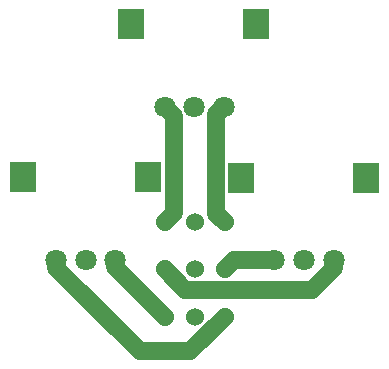
<source format=gbr>
%TF.GenerationSoftware,KiCad,Pcbnew,5.1.10*%
%TF.CreationDate,2021-09-21T18:43:12-07:00*%
%TF.ProjectId,PotBoard,506f7442-6f61-4726-942e-6b696361645f,rev?*%
%TF.SameCoordinates,Original*%
%TF.FileFunction,Copper,L1,Top*%
%TF.FilePolarity,Positive*%
%FSLAX46Y46*%
G04 Gerber Fmt 4.6, Leading zero omitted, Abs format (unit mm)*
G04 Created by KiCad (PCBNEW 5.1.10) date 2021-09-21 18:43:12*
%MOMM*%
%LPD*%
G01*
G04 APERTURE LIST*
%TA.AperFunction,ComponentPad*%
%ADD10C,1.524000*%
%TD*%
%TA.AperFunction,ComponentPad*%
%ADD11C,1.800000*%
%TD*%
%TA.AperFunction,ComponentPad*%
%ADD12R,2.286000X2.540000*%
%TD*%
%TA.AperFunction,Conductor*%
%ADD13C,1.500000*%
%TD*%
G04 APERTURE END LIST*
D10*
%TO.P,J3,3*%
%TO.N,Net-(J3-Pad3)*%
X139954000Y-122428000D03*
%TO.P,J3,2*%
%TO.N,Net-(J3-Pad2)*%
X137414000Y-122428000D03*
%TO.P,J3,1*%
%TO.N,Net-(J3-Pad1)*%
X134874000Y-122428000D03*
%TD*%
%TO.P,J2,3*%
%TO.N,Net-(J2-Pad3)*%
X134874000Y-118440200D03*
%TO.P,J2,2*%
%TO.N,Net-(J2-Pad2)*%
X137414000Y-118440200D03*
%TO.P,J2,1*%
%TO.N,Net-(J2-Pad1)*%
X139954000Y-118440200D03*
%TD*%
%TO.P,J1,3*%
%TO.N,Net-(J1-Pad3)*%
X139954000Y-126441200D03*
%TO.P,J1,2*%
%TO.N,Net-(J1-Pad2)*%
X137414000Y-126441200D03*
%TO.P,J1,1*%
%TO.N,Net-(J1-Pad1)*%
X134874000Y-126441200D03*
%TD*%
D11*
%TO.P,RV3,3*%
%TO.N,Net-(J3-Pad3)*%
X144146260Y-121666000D03*
%TO.P,RV3,2*%
%TO.N,Net-(J3-Pad2)*%
X146646260Y-121666000D03*
%TO.P,RV3,1*%
%TO.N,Net-(J3-Pad1)*%
X149146260Y-121666000D03*
D12*
%TO.P,RV3,*%
%TO.N,*%
X151902160Y-114655600D03*
X141310360Y-114655600D03*
%TD*%
D11*
%TO.P,RV2,3*%
%TO.N,Net-(J2-Pad3)*%
X134865100Y-108663740D03*
%TO.P,RV2,2*%
%TO.N,Net-(J2-Pad2)*%
X137365100Y-108663740D03*
%TO.P,RV2,1*%
%TO.N,Net-(J2-Pad1)*%
X139865100Y-108663740D03*
D12*
%TO.P,RV2,*%
%TO.N,*%
X142621000Y-101653340D03*
X132029200Y-101653340D03*
%TD*%
D11*
%TO.P,RV1,3*%
%TO.N,Net-(J1-Pad3)*%
X125670300Y-121630440D03*
%TO.P,RV1,2*%
%TO.N,Net-(J1-Pad2)*%
X128170300Y-121630440D03*
%TO.P,RV1,1*%
%TO.N,Net-(J1-Pad1)*%
X130670300Y-121630440D03*
D12*
%TO.P,RV1,*%
%TO.N,*%
X133426200Y-114620040D03*
X122834400Y-114620040D03*
%TD*%
D13*
%TO.N,Net-(J1-Pad3)*%
X137027210Y-129367990D02*
X139954000Y-126441200D01*
X132741110Y-129367990D02*
X137027210Y-129367990D01*
X125670300Y-122297180D02*
X132741110Y-129367990D01*
X125670300Y-121630440D02*
X125670300Y-122297180D01*
%TO.N,Net-(J1-Pad1)*%
X130670300Y-122237500D02*
X134874000Y-126441200D01*
X130670300Y-121630440D02*
X130670300Y-122237500D01*
%TO.N,Net-(J2-Pad3)*%
X135635999Y-109434639D02*
X134865100Y-108663740D01*
X135635999Y-117678201D02*
X135635999Y-109434639D01*
X134874000Y-118440200D02*
X135635999Y-117678201D01*
%TO.N,Net-(J2-Pad1)*%
X139217359Y-117703559D02*
X139954000Y-118440200D01*
X139217359Y-109311481D02*
X139217359Y-117703559D01*
X139865100Y-108663740D02*
X139217359Y-109311481D01*
%TO.N,Net-(J3-Pad3)*%
X140716000Y-121666000D02*
X139954000Y-122428000D01*
X144146260Y-121666000D02*
X140716000Y-121666000D01*
%TO.N,Net-(J3-Pad1)*%
X147326420Y-124140001D02*
X149146260Y-122320161D01*
X136586001Y-124140001D02*
X147326420Y-124140001D01*
X149146260Y-122320161D02*
X149146260Y-121666000D01*
X134874000Y-122428000D02*
X136586001Y-124140001D01*
%TD*%
M02*

</source>
